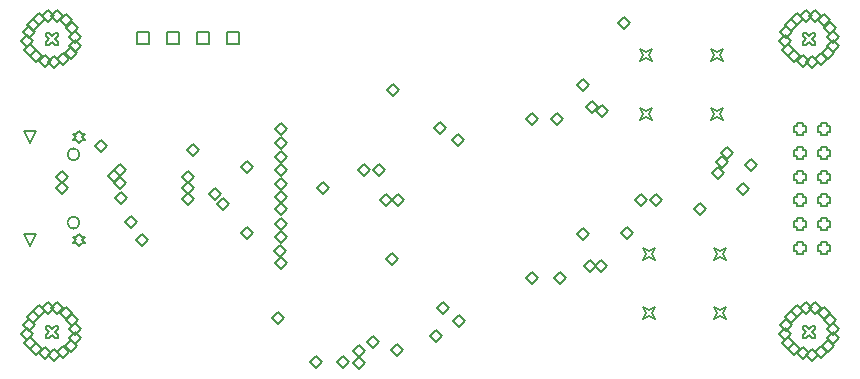
<source format=gbr>
%TF.GenerationSoftware,Altium Limited,Altium Designer,24.10.1 (45)*%
G04 Layer_Color=2752767*
%FSLAX45Y45*%
%MOMM*%
%TF.SameCoordinates,F50C4461-6059-43A5-BEE7-B7ABC5EDFC2B*%
%TF.FilePolarity,Positive*%
%TF.FileFunction,Drawing*%
%TF.Part,Single*%
G01*
G75*
%TA.AperFunction,NonConductor*%
%ADD84C,0.12700*%
%ADD96C,0.16933*%
D84*
X6643700Y1068098D02*
Y1042698D01*
X6694500D01*
Y1068098D01*
X6719900D01*
Y1118898D01*
X6694500D01*
Y1144298D01*
X6643700D01*
Y1118898D01*
X6618300D01*
Y1068098D01*
X6643700D01*
X6843700D02*
Y1042698D01*
X6894500D01*
Y1068098D01*
X6919900D01*
Y1118898D01*
X6894500D01*
Y1144298D01*
X6843700D01*
Y1118898D01*
X6818300D01*
Y1068098D01*
X6843700D01*
X6643700Y1268098D02*
Y1242698D01*
X6694500D01*
Y1268098D01*
X6719900D01*
Y1318898D01*
X6694500D01*
Y1344298D01*
X6643700D01*
Y1318898D01*
X6618300D01*
Y1268098D01*
X6643700D01*
X6843700D02*
Y1242698D01*
X6894500D01*
Y1268098D01*
X6919900D01*
Y1318898D01*
X6894500D01*
Y1344298D01*
X6843700D01*
Y1318898D01*
X6818300D01*
Y1268098D01*
X6843700D01*
X6643700Y1468098D02*
Y1442698D01*
X6694500D01*
Y1468098D01*
X6719900D01*
Y1518898D01*
X6694500D01*
Y1544298D01*
X6643700D01*
Y1518898D01*
X6618300D01*
Y1468098D01*
X6643700D01*
X6843700D02*
Y1442698D01*
X6894500D01*
Y1468098D01*
X6919900D01*
Y1518898D01*
X6894500D01*
Y1544298D01*
X6843700D01*
Y1518898D01*
X6818300D01*
Y1468098D01*
X6843700D01*
X6643700Y1668097D02*
Y1642697D01*
X6694500D01*
Y1668097D01*
X6719900D01*
Y1718897D01*
X6694500D01*
Y1744297D01*
X6643700D01*
Y1718897D01*
X6618300D01*
Y1668097D01*
X6643700D01*
X6843700D02*
Y1642697D01*
X6894500D01*
Y1668097D01*
X6919900D01*
Y1718897D01*
X6894500D01*
Y1744297D01*
X6843700D01*
Y1718897D01*
X6818300D01*
Y1668097D01*
X6843700D01*
X6643700Y1868097D02*
Y1842697D01*
X6694500D01*
Y1868097D01*
X6719900D01*
Y1918897D01*
X6694500D01*
Y1944297D01*
X6643700D01*
Y1918897D01*
X6618300D01*
Y1868097D01*
X6643700D01*
X6843700D02*
Y1842697D01*
X6894500D01*
Y1868097D01*
X6919900D01*
Y1918897D01*
X6894500D01*
Y1944297D01*
X6843700D01*
Y1918897D01*
X6818300D01*
Y1868097D01*
X6843700D01*
X6643700Y2068099D02*
Y2042699D01*
X6694500D01*
Y2068099D01*
X6719900D01*
Y2118899D01*
X6694500D01*
Y2144299D01*
X6643700D01*
Y2118899D01*
X6618300D01*
Y2068099D01*
X6643700D01*
X6843700D02*
Y2042699D01*
X6894500D01*
Y2068099D01*
X6919900D01*
Y2118899D01*
X6894500D01*
Y2144299D01*
X6843700D01*
Y2118899D01*
X6818300D01*
Y2068099D01*
X6843700D01*
X1816100Y2819400D02*
Y2921000D01*
X1917700D01*
Y2819400D01*
X1816100D01*
X1562100D02*
Y2921000D01*
X1663700D01*
Y2819400D01*
X1562100D01*
X1308100D02*
Y2921000D01*
X1409700D01*
Y2819400D01*
X1308100D01*
X1054100D02*
Y2921000D01*
X1155700D01*
Y2819400D01*
X1054100D01*
X6692900Y2806700D02*
X6718300D01*
X6743700Y2832100D01*
X6769100Y2806700D01*
X6794500D01*
Y2832100D01*
X6769100Y2857500D01*
X6794500Y2882900D01*
Y2908300D01*
X6769100D01*
X6743700Y2882900D01*
X6718300Y2908300D01*
X6692900D01*
Y2882900D01*
X6718300Y2857500D01*
X6692900Y2832100D01*
Y2806700D01*
X279400D02*
X304800D01*
X330200Y2832100D01*
X355600Y2806700D01*
X381000D01*
Y2832100D01*
X355600Y2857500D01*
X381000Y2882900D01*
Y2908300D01*
X355600D01*
X330200Y2882900D01*
X304800Y2908300D01*
X279400D01*
Y2882900D01*
X304800Y2857500D01*
X279400Y2832100D01*
Y2806700D01*
Y330200D02*
X304800D01*
X330200Y355600D01*
X355600Y330200D01*
X381000D01*
Y355600D01*
X355600Y381000D01*
X381000Y406400D01*
Y431800D01*
X355600D01*
X330200Y406400D01*
X304800Y431800D01*
X279400D01*
Y406400D01*
X304800Y381000D01*
X279400Y355600D01*
Y330200D01*
X6692900D02*
X6718300D01*
X6743700Y355600D01*
X6769100Y330200D01*
X6794500D01*
Y355600D01*
X6769100Y381000D01*
X6794500Y406400D01*
Y431800D01*
X6769100D01*
X6743700Y406400D01*
X6718300Y431800D01*
X6692900D01*
Y406400D01*
X6718300Y381000D01*
X6692900Y355600D01*
Y330200D01*
X5913387Y2675699D02*
X5938787Y2726500D01*
X5913387Y2777300D01*
X5964187Y2751900D01*
X6014987Y2777300D01*
X5989587Y2726500D01*
X6014987Y2675699D01*
X5964187Y2701100D01*
X5913387Y2675699D01*
Y2175700D02*
X5938787Y2226500D01*
X5913387Y2277300D01*
X5964187Y2251900D01*
X6014987Y2277300D01*
X5989587Y2226500D01*
X6014987Y2175700D01*
X5964187Y2201100D01*
X5913387Y2175700D01*
X5313388Y2675699D02*
X5338788Y2726500D01*
X5313388Y2777300D01*
X5364188Y2751900D01*
X5414988Y2777300D01*
X5389588Y2726500D01*
X5414988Y2675699D01*
X5364188Y2701100D01*
X5313388Y2675699D01*
Y2175700D02*
X5338788Y2226500D01*
X5313388Y2277300D01*
X5364188Y2251900D01*
X5414988Y2277300D01*
X5389588Y2226500D01*
X5414988Y2175700D01*
X5364188Y2201100D01*
X5313388Y2175700D01*
X5338813Y486600D02*
X5364213Y537400D01*
X5338813Y588200D01*
X5389613Y562800D01*
X5440413Y588200D01*
X5415013Y537400D01*
X5440413Y486600D01*
X5389613Y512000D01*
X5338813Y486600D01*
Y986599D02*
X5364213Y1037399D01*
X5338813Y1088199D01*
X5389613Y1062800D01*
X5440413Y1088199D01*
X5415013Y1037399D01*
X5440413Y986599D01*
X5389613Y1011999D01*
X5338813Y986599D01*
X5938812Y486600D02*
X5964212Y537400D01*
X5938812Y588200D01*
X5989612Y562800D01*
X6040412Y588200D01*
X6015012Y537400D01*
X6040412Y486600D01*
X5989612Y512000D01*
X5938812Y486600D01*
Y986599D02*
X5964212Y1037399D01*
X5938812Y1088199D01*
X5989612Y1062800D01*
X6040412Y1088199D01*
X6015012Y1037399D01*
X6040412Y986599D01*
X5989612Y1011999D01*
X5938812Y986599D01*
X145560Y1110189D02*
X94760Y1211789D01*
X196360D01*
X145560Y1110189D01*
Y1975211D02*
X94760Y2076811D01*
X196360D01*
X145560Y1975211D01*
X565559Y1110189D02*
X590959Y1135589D01*
X616359D01*
X590959Y1160989D01*
X616359Y1186389D01*
X590959D01*
X565559Y1211789D01*
X540159Y1186389D01*
X514759D01*
X540159Y1160989D01*
X514759Y1135589D01*
X540159D01*
X565559Y1110189D01*
Y1975211D02*
X590959Y2000611D01*
X616359D01*
X590959Y2026011D01*
X616359Y2051411D01*
X590959D01*
X565559Y2076811D01*
X540159Y2051411D01*
X514759D01*
X540159Y2026011D01*
X514759Y2000611D01*
X540159D01*
X565559Y1975211D01*
X6134100Y1587500D02*
X6184900Y1638300D01*
X6235700Y1587500D01*
X6184900Y1536700D01*
X6134100Y1587500D01*
X3530600Y342900D02*
X3581400Y393700D01*
X3632200Y342900D01*
X3581400Y292100D01*
X3530600Y342900D01*
X2197100Y495300D02*
X2247900Y546100D01*
X2298700Y495300D01*
X2247900Y444500D01*
X2197100Y495300D01*
X371119Y1690606D02*
X421919Y1741406D01*
X472719Y1690606D01*
X421919Y1639806D01*
X371119Y1690606D01*
X368300Y1600200D02*
X419100Y1651000D01*
X469900Y1600200D01*
X419100Y1549400D01*
X368300Y1600200D01*
X858176Y1641031D02*
X908976Y1691831D01*
X959776Y1641031D01*
X908976Y1590231D01*
X858176Y1641031D01*
X860303Y1749516D02*
X911103Y1800316D01*
X961903Y1749516D01*
X911103Y1698716D01*
X860303Y1749516D01*
X809124Y1698108D02*
X859924Y1748908D01*
X910724Y1698108D01*
X859924Y1647308D01*
X809124Y1698108D01*
X1930400Y1778000D02*
X1981200Y1828800D01*
X2032000Y1778000D01*
X1981200Y1727200D01*
X1930400Y1778000D01*
Y1219200D02*
X1981200Y1270000D01*
X2032000Y1219200D01*
X1981200Y1168400D01*
X1930400Y1219200D01*
X1662040Y1545830D02*
X1712840Y1596630D01*
X1763640Y1545830D01*
X1712840Y1495030D01*
X1662040Y1545830D01*
X1727200Y1460500D02*
X1778000Y1511300D01*
X1828800Y1460500D01*
X1778000Y1409700D01*
X1727200Y1460500D01*
X5270500Y1498600D02*
X5321300Y1549400D01*
X5372100Y1498600D01*
X5321300Y1447800D01*
X5270500Y1498600D01*
X4851400Y2286000D02*
X4902200Y2336800D01*
X4953000Y2286000D01*
X4902200Y2235200D01*
X4851400Y2286000D01*
X2882900Y215900D02*
X2933700Y266700D01*
X2984500Y215900D01*
X2933700Y165100D01*
X2882900Y215900D01*
X2743200Y127000D02*
X2794000Y177800D01*
X2844800Y127000D01*
X2794000Y76200D01*
X2743200Y127000D01*
X4838700Y939800D02*
X4889500Y990600D01*
X4940300Y939800D01*
X4889500Y889000D01*
X4838700Y939800D01*
X4933195Y937880D02*
X4983995Y988680D01*
X5034795Y937880D01*
X4983995Y887080D01*
X4933195Y937880D01*
X4584700Y838200D02*
X4635500Y889000D01*
X4686300Y838200D01*
X4635500Y787400D01*
X4584700Y838200D01*
X4343400D02*
X4394200Y889000D01*
X4445000Y838200D01*
X4394200Y787400D01*
X4343400Y838200D01*
X5765800Y1422400D02*
X5816600Y1473200D01*
X5867400Y1422400D01*
X5816600Y1371600D01*
X5765800Y1422400D01*
X5397500Y1498600D02*
X5448300Y1549400D01*
X5499100Y1498600D01*
X5448300Y1447800D01*
X5397500Y1498600D01*
X2514600Y127000D02*
X2565400Y177800D01*
X2616200Y127000D01*
X2565400Y76200D01*
X2514600Y127000D01*
X3200400Y228600D02*
X3251200Y279400D01*
X3302000Y228600D01*
X3251200Y177800D01*
X3200400Y228600D01*
X2997200Y292100D02*
X3048000Y342900D01*
X3098800Y292100D01*
X3048000Y241300D01*
X2997200Y292100D01*
X3594100Y584200D02*
X3644900Y635000D01*
X3695700Y584200D01*
X3644900Y533400D01*
X3594100Y584200D01*
X1435877Y1508226D02*
X1486677Y1559026D01*
X1537477Y1508226D01*
X1486677Y1457426D01*
X1435877Y1508226D01*
X1435100Y1689100D02*
X1485900Y1739900D01*
X1536700Y1689100D01*
X1485900Y1638300D01*
X1435100Y1689100D01*
Y1600200D02*
X1485900Y1651000D01*
X1536700Y1600200D01*
X1485900Y1549400D01*
X1435100Y1600200D01*
X952500Y1308100D02*
X1003300Y1358900D01*
X1054100Y1308100D01*
X1003300Y1257300D01*
X952500Y1308100D01*
X698500Y1955800D02*
X749300Y2006600D01*
X800100Y1955800D01*
X749300Y1905000D01*
X698500Y1955800D01*
X1473200Y1917700D02*
X1524000Y1968500D01*
X1574800Y1917700D01*
X1524000Y1866900D01*
X1473200Y1917700D01*
X2578100Y1600200D02*
X2628900Y1651000D01*
X2679700Y1600200D01*
X2628900Y1549400D01*
X2578100Y1600200D01*
X3048000Y1752600D02*
X3098800Y1803400D01*
X3149600Y1752600D01*
X3098800Y1701800D01*
X3048000Y1752600D01*
X2921000D02*
X2971800Y1803400D01*
X3022600Y1752600D01*
X2971800Y1701800D01*
X2921000Y1752600D01*
X3213100Y1498600D02*
X3263900Y1549400D01*
X3314700Y1498600D01*
X3263900Y1447800D01*
X3213100Y1498600D01*
X5124623Y2995386D02*
X5175423Y3046186D01*
X5226223Y2995386D01*
X5175423Y2944586D01*
X5124623Y2995386D01*
X5154232Y1213894D02*
X5205032Y1264694D01*
X5255832Y1213894D01*
X5205032Y1163094D01*
X5154232Y1213894D01*
X5956300Y1816100D02*
X6007100Y1866900D01*
X6057900Y1816100D01*
X6007100Y1765300D01*
X5956300Y1816100D01*
X5918200Y1727200D02*
X5969000Y1778000D01*
X6019800Y1727200D01*
X5969000Y1676400D01*
X5918200Y1727200D01*
X6197600Y1790700D02*
X6248400Y1841500D01*
X6299200Y1790700D01*
X6248400Y1739900D01*
X6197600Y1790700D01*
X5994400Y1892300D02*
X6045200Y1943100D01*
X6096000Y1892300D01*
X6045200Y1841500D01*
X5994400Y1892300D01*
X2882900Y114300D02*
X2933700Y165100D01*
X2984500Y114300D01*
X2933700Y63500D01*
X2882900Y114300D01*
X4775200Y1206500D02*
X4826000Y1257300D01*
X4876800Y1206500D01*
X4826000Y1155700D01*
X4775200Y1206500D01*
X4940300Y2247900D02*
X4991100Y2298700D01*
X5041900Y2247900D01*
X4991100Y2197100D01*
X4940300Y2247900D01*
X4559300Y2184400D02*
X4610100Y2235200D01*
X4660900Y2184400D01*
X4610100Y2133600D01*
X4559300Y2184400D01*
X4343400D02*
X4394200Y2235200D01*
X4445000Y2184400D01*
X4394200Y2133600D01*
X4343400Y2184400D01*
X3113011Y1493272D02*
X3163811Y1544072D01*
X3214611Y1493272D01*
X3163811Y1442472D01*
X3113011Y1493272D01*
X4776711Y2471172D02*
X4827511Y2521972D01*
X4878311Y2471172D01*
X4827511Y2420372D01*
X4776711Y2471172D01*
X3568700Y2108200D02*
X3619500Y2159000D01*
X3670300Y2108200D01*
X3619500Y2057400D01*
X3568700Y2108200D01*
X3168054Y2431683D02*
X3218854Y2482483D01*
X3269654Y2431683D01*
X3218854Y2380883D01*
X3168054Y2431683D01*
X3722611Y2001272D02*
X3773411Y2052072D01*
X3824211Y2001272D01*
X3773411Y1950472D01*
X3722611Y2001272D01*
X3163811Y997972D02*
X3214611Y1048772D01*
X3265411Y997972D01*
X3214611Y947172D01*
X3163811Y997972D01*
X3725266Y474721D02*
X3776066Y525521D01*
X3826866Y474721D01*
X3776066Y423921D01*
X3725266Y474721D01*
X2222500Y965200D02*
X2273300Y1016000D01*
X2324100Y965200D01*
X2273300Y914400D01*
X2222500Y965200D01*
X2217615Y1064881D02*
X2268415Y1115681D01*
X2319215Y1064881D01*
X2268415Y1014081D01*
X2217615Y1064881D01*
X2221311Y1181100D02*
X2272111Y1231900D01*
X2322911Y1181100D01*
X2272111Y1130300D01*
X2221311Y1181100D01*
Y1295400D02*
X2272111Y1346200D01*
X2322911Y1295400D01*
X2272111Y1244600D01*
X2221311Y1295400D01*
Y1419304D02*
X2272111Y1470104D01*
X2322911Y1419304D01*
X2272111Y1368504D01*
X2221311Y1419304D01*
Y1520904D02*
X2272111Y1571704D01*
X2322911Y1520904D01*
X2272111Y1470104D01*
X2221311Y1520904D01*
Y1635204D02*
X2272111Y1686004D01*
X2322911Y1635204D01*
X2272111Y1584404D01*
X2221311Y1635204D01*
Y1749504D02*
X2272111Y1800304D01*
X2322911Y1749504D01*
X2272111Y1698704D01*
X2221311Y1749504D01*
Y1863804D02*
X2272111Y1914604D01*
X2322911Y1863804D01*
X2272111Y1813004D01*
X2221311Y1863804D01*
Y1978104D02*
X2272111Y2028904D01*
X2322911Y1978104D01*
X2272111Y1927304D01*
X2221311Y1978104D01*
Y2097582D02*
X2272111Y2148382D01*
X2322911Y2097582D01*
X2272111Y2046782D01*
X2221311Y2097582D01*
X1041400Y1155700D02*
X1092200Y1206500D01*
X1143000Y1155700D01*
X1092200Y1104900D01*
X1041400Y1155700D01*
X863600Y1511300D02*
X914400Y1562100D01*
X965200Y1511300D01*
X914400Y1460500D01*
X863600Y1511300D01*
X6486834Y2839448D02*
X6537634Y2890248D01*
X6588434Y2839448D01*
X6537634Y2788648D01*
X6486834Y2839448D01*
X6499534Y2915648D02*
X6550334Y2966448D01*
X6601134Y2915648D01*
X6550334Y2864848D01*
X6499534Y2915648D01*
X6537634Y2979148D02*
X6588434Y3029948D01*
X6639234Y2979148D01*
X6588434Y2928348D01*
X6537634Y2979148D01*
X6588434Y3029948D02*
X6639234Y3080748D01*
X6690034Y3029948D01*
X6639234Y2979148D01*
X6588434Y3029948D01*
X6664634Y3055348D02*
X6715434Y3106148D01*
X6766234Y3055348D01*
X6715434Y3004548D01*
X6664634Y3055348D01*
X6740834D02*
X6791634Y3106148D01*
X6842434Y3055348D01*
X6791634Y3004548D01*
X6740834Y3055348D01*
X6817034Y3017248D02*
X6867834Y3068048D01*
X6918634Y3017248D01*
X6867834Y2966448D01*
X6817034Y3017248D01*
X6867834Y2953748D02*
X6918634Y3004548D01*
X6969434Y2953748D01*
X6918634Y2902948D01*
X6867834Y2953748D01*
X6893234Y2877548D02*
X6944034Y2928348D01*
X6994834Y2877548D01*
X6944034Y2826748D01*
X6893234Y2877548D01*
Y2801348D02*
X6944034Y2852148D01*
X6994834Y2801348D01*
X6944034Y2750548D01*
X6893234Y2801348D01*
X6855134Y2737848D02*
X6905934Y2788648D01*
X6956734Y2737848D01*
X6905934Y2687048D01*
X6855134Y2737848D01*
X6791634Y2687048D02*
X6842434Y2737848D01*
X6893234Y2687048D01*
X6842434Y2636248D01*
X6791634Y2687048D01*
X6715434Y2661648D02*
X6766234Y2712448D01*
X6817034Y2661648D01*
X6766234Y2610848D01*
X6715434Y2661648D01*
X6639234Y2674348D02*
X6690034Y2725148D01*
X6740834Y2674348D01*
X6690034Y2623548D01*
X6639234Y2674348D01*
X6563034Y2712448D02*
X6613834Y2763248D01*
X6664634Y2712448D01*
X6613834Y2661648D01*
X6563034Y2712448D01*
X6512234Y2763248D02*
X6563034Y2814048D01*
X6613834Y2763248D01*
X6563034Y2712448D01*
X6512234Y2763248D01*
X73334Y2839448D02*
X124134Y2890248D01*
X174934Y2839448D01*
X124134Y2788648D01*
X73334Y2839448D01*
X86034Y2915648D02*
X136834Y2966448D01*
X187634Y2915648D01*
X136834Y2864848D01*
X86034Y2915648D01*
X124134Y2979148D02*
X174934Y3029948D01*
X225734Y2979148D01*
X174934Y2928348D01*
X124134Y2979148D01*
X174934Y3029948D02*
X225734Y3080748D01*
X276534Y3029948D01*
X225734Y2979148D01*
X174934Y3029948D01*
X251134Y3055348D02*
X301934Y3106148D01*
X352734Y3055348D01*
X301934Y3004548D01*
X251134Y3055348D01*
X327334D02*
X378134Y3106148D01*
X428934Y3055348D01*
X378134Y3004548D01*
X327334Y3055348D01*
X403534Y3017248D02*
X454334Y3068048D01*
X505134Y3017248D01*
X454334Y2966448D01*
X403534Y3017248D01*
X454334Y2953748D02*
X505134Y3004548D01*
X555934Y2953748D01*
X505134Y2902948D01*
X454334Y2953748D01*
X479734Y2877548D02*
X530534Y2928348D01*
X581334Y2877548D01*
X530534Y2826748D01*
X479734Y2877548D01*
Y2801348D02*
X530534Y2852148D01*
X581334Y2801348D01*
X530534Y2750548D01*
X479734Y2801348D01*
X441634Y2737848D02*
X492434Y2788648D01*
X543234Y2737848D01*
X492434Y2687048D01*
X441634Y2737848D01*
X378134Y2687048D02*
X428934Y2737848D01*
X479734Y2687048D01*
X428934Y2636248D01*
X378134Y2687048D01*
X301934Y2661648D02*
X352734Y2712448D01*
X403534Y2661648D01*
X352734Y2610848D01*
X301934Y2661648D01*
X225734Y2674348D02*
X276534Y2725148D01*
X327334Y2674348D01*
X276534Y2623548D01*
X225734Y2674348D01*
X149534Y2712448D02*
X200334Y2763248D01*
X251134Y2712448D01*
X200334Y2661648D01*
X149534Y2712448D01*
X98734Y2763248D02*
X149534Y2814048D01*
X200334Y2763248D01*
X149534Y2712448D01*
X98734Y2763248D01*
X73334Y362948D02*
X124134Y413748D01*
X174934Y362948D01*
X124134Y312148D01*
X73334Y362948D01*
X86034Y439148D02*
X136834Y489948D01*
X187634Y439148D01*
X136834Y388348D01*
X86034Y439148D01*
X124134Y502648D02*
X174934Y553448D01*
X225734Y502648D01*
X174934Y451848D01*
X124134Y502648D01*
X174934Y553448D02*
X225734Y604248D01*
X276534Y553448D01*
X225734Y502648D01*
X174934Y553448D01*
X251134Y578848D02*
X301934Y629648D01*
X352734Y578848D01*
X301934Y528048D01*
X251134Y578848D01*
X327334D02*
X378134Y629648D01*
X428934Y578848D01*
X378134Y528048D01*
X327334Y578848D01*
X403534Y540748D02*
X454334Y591548D01*
X505134Y540748D01*
X454334Y489948D01*
X403534Y540748D01*
X454334Y477248D02*
X505134Y528048D01*
X555934Y477248D01*
X505134Y426448D01*
X454334Y477248D01*
X479734Y401048D02*
X530534Y451848D01*
X581334Y401048D01*
X530534Y350248D01*
X479734Y401048D01*
Y324848D02*
X530534Y375648D01*
X581334Y324848D01*
X530534Y274048D01*
X479734Y324848D01*
X441634Y261348D02*
X492434Y312148D01*
X543234Y261348D01*
X492434Y210548D01*
X441634Y261348D01*
X378134Y210548D02*
X428934Y261348D01*
X479734Y210548D01*
X428934Y159748D01*
X378134Y210548D01*
X301934Y185148D02*
X352734Y235948D01*
X403534Y185148D01*
X352734Y134348D01*
X301934Y185148D01*
X225734Y197848D02*
X276534Y248648D01*
X327334Y197848D01*
X276534Y147048D01*
X225734Y197848D01*
X149534Y235948D02*
X200334Y286748D01*
X251134Y235948D01*
X200334Y185148D01*
X149534Y235948D01*
X98734Y286748D02*
X149534Y337548D01*
X200334Y286748D01*
X149534Y235948D01*
X98734Y286748D01*
X6486834Y362948D02*
X6537634Y413748D01*
X6588434Y362948D01*
X6537634Y312148D01*
X6486834Y362948D01*
X6499534Y439148D02*
X6550334Y489948D01*
X6601134Y439148D01*
X6550334Y388348D01*
X6499534Y439148D01*
X6537634Y502648D02*
X6588434Y553448D01*
X6639234Y502648D01*
X6588434Y451848D01*
X6537634Y502648D01*
X6588434Y553448D02*
X6639234Y604248D01*
X6690034Y553448D01*
X6639234Y502648D01*
X6588434Y553448D01*
X6664634Y578848D02*
X6715434Y629648D01*
X6766234Y578848D01*
X6715434Y528048D01*
X6664634Y578848D01*
X6740834D02*
X6791634Y629648D01*
X6842434Y578848D01*
X6791634Y528048D01*
X6740834Y578848D01*
X6817034Y540748D02*
X6867834Y591548D01*
X6918634Y540748D01*
X6867834Y489948D01*
X6817034Y540748D01*
X6867834Y477248D02*
X6918634Y528048D01*
X6969434Y477248D01*
X6918634Y426448D01*
X6867834Y477248D01*
X6893234Y401048D02*
X6944034Y451848D01*
X6994834Y401048D01*
X6944034Y350248D01*
X6893234Y401048D01*
Y324848D02*
X6944034Y375648D01*
X6994834Y324848D01*
X6944034Y274048D01*
X6893234Y324848D01*
X6855134Y261348D02*
X6905934Y312148D01*
X6956734Y261348D01*
X6905934Y210548D01*
X6855134Y261348D01*
X6791634Y210548D02*
X6842434Y261348D01*
X6893234Y210548D01*
X6842434Y159748D01*
X6791634Y210548D01*
X6715434Y185148D02*
X6766234Y235948D01*
X6817034Y185148D01*
X6766234Y134348D01*
X6715434Y185148D01*
X6639234Y197848D02*
X6690034Y248648D01*
X6740834Y197848D01*
X6690034Y147048D01*
X6639234Y197848D01*
X6563034Y235948D02*
X6613834Y286748D01*
X6664634Y235948D01*
X6613834Y185148D01*
X6563034Y235948D01*
X6512234Y286748D02*
X6563034Y337548D01*
X6613834Y286748D01*
X6563034Y235948D01*
X6512234Y286748D01*
D96*
X566369Y1304486D02*
G03*
X566369Y1304486I-50800J0D01*
G01*
Y1882488D02*
G03*
X566369Y1882488I-50800J0D01*
G01*
%TF.MD5,3728283ee599e1478da548da41213d84*%
M02*

</source>
